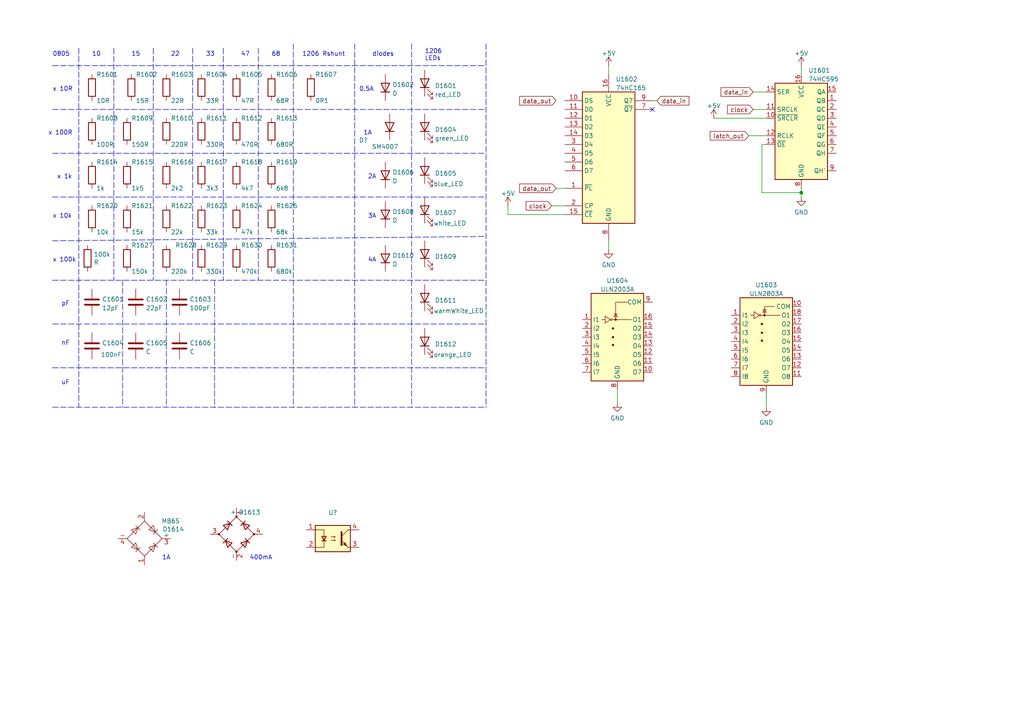
<source format=kicad_sch>
(kicad_sch (version 20211123) (generator eeschema)
  (paper "A4")
  (lib_symbols
    (symbol "74xx:74HC165"
      (property "Reference" "U" (at -7.62 19.05 0))
      (property "Value" "74HC165" (at -7.62 -21.59 0))
      (symbol "74HC165_1_0"
        (pin input line (at -12.7 -10.16 0) (length 5.08) (name "~{PL}") (number "1"))
        (pin input line (at -12.7 15.24 0) (length 5.08) (name "DS") (number "10"))
        (pin input line (at -12.7 12.7 0) (length 5.08) (name "D0") (number "11"))
        (pin input line (at -12.7 10.16 0) (length 5.08) (name "D1") (number "12"))
        (pin input line (at -12.7 7.62 0) (length 5.08) (name "D2") (number "13"))
        (pin input line (at -12.7 5.08 0) (length 5.08) (name "D3") (number "14"))
        (pin input line (at -12.7 -17.78 0) (length 5.08) (name "~{CE}") (number "15"))
        (pin power_in line (at 0 22.86 270) (length 5.08) (name "VCC") (number "16"))
        (pin input line (at -12.7 -15.24 0) (length 5.08) (name "CP") (number "2"))
        (pin input line (at -12.7 2.54 0) (length 5.08) (name "D4") (number "3"))
        (pin input line (at -12.7 0 0) (length 5.08) (name "D5") (number "4"))
        (pin input line (at -12.7 -2.54 0) (length 5.08) (name "D6") (number "5"))
        (pin input line (at -12.7 -5.08 0) (length 5.08) (name "D7") (number "6"))
        (pin output line (at 12.7 12.7 180) (length 5.08) (name "~{Q7}") (number "7"))
        (pin power_in line (at 0 -25.4 90) (length 5.08) (name "GND") (number "8"))
        (pin output line (at 12.7 15.24 180) (length 5.08) (name "Q7") (number "9"))
      )
      (symbol "74HC165_1_1"
        (rectangle (start -7.62 17.78) (end 7.62 -20.32) (stroke (width 0.254)) (fill (type background)))
      )
    )
    (symbol "74xx:74HC595"
      (property "Reference" "U" (at -7.62 13.97 0))
      (property "Value" "74HC595" (at -7.62 -16.51 0))
      (symbol "74HC595_1_0"
        (pin tri_state line (at 10.16 7.62 180) (length 2.54) (name "QB") (number "1"))
        (pin input line (at -10.16 2.54 0) (length 2.54) (name "~{SRCLR}") (number "10"))
        (pin input line (at -10.16 5.08 0) (length 2.54) (name "SRCLK") (number "11"))
        (pin input line (at -10.16 -2.54 0) (length 2.54) (name "RCLK") (number "12"))
        (pin input line (at -10.16 -5.08 0) (length 2.54) (name "~{OE}") (number "13"))
        (pin input line (at -10.16 10.16 0) (length 2.54) (name "SER") (number "14"))
        (pin tri_state line (at 10.16 10.16 180) (length 2.54) (name "QA") (number "15"))
        (pin power_in line (at 0 15.24 270) (length 2.54) (name "VCC") (number "16"))
        (pin tri_state line (at 10.16 5.08 180) (length 2.54) (name "QC") (number "2"))
        (pin tri_state line (at 10.16 2.54 180) (length 2.54) (name "QD") (number "3"))
        (pin tri_state line (at 10.16 0 180) (length 2.54) (name "QE") (number "4"))
        (pin tri_state line (at 10.16 -2.54 180) (length 2.54) (name "QF") (number "5"))
        (pin tri_state line (at 10.16 -5.08 180) (length 2.54) (name "QG") (number "6"))
        (pin tri_state line (at 10.16 -7.62 180) (length 2.54) (name "QH") (number "7"))
        (pin power_in line (at 0 -17.78 90) (length 2.54) (name "GND") (number "8"))
        (pin output line (at 10.16 -12.7 180) (length 2.54) (name "QH'") (number "9"))
      )
      (symbol "74HC595_1_1"
        (rectangle (start -7.62 12.7) (end 7.62 -15.24) (stroke (width 0.254)) (fill (type background)))
      )
    )
    (symbol "Device:C" (pin_numbers hide) (pin_names (offset 0.254))
      (property "Reference" "C" (at 0.635 2.54 0))
      (property "Value" "C" (at 0.635 -2.54 0))
      (symbol "C_0_1"
        (polyline (pts (xy -2.032 -0.762) (xy 2.032 -0.762)) (stroke (width 0.508)))
        (polyline (pts (xy -2.032 0.762) (xy 2.032 0.762)) (stroke (width 0.508)))
      )
      (symbol "C_1_1"
        (pin passive line (at 0 3.81 270) (length 2.794) (name "~") (number "1"))
        (pin passive line (at 0 -3.81 90) (length 2.794) (name "~") (number "2"))
      )
    )
    (symbol "Device:D" (pin_numbers hide) (pin_names (offset 1.016) hide)
      (property "Reference" "D" (at 0 2.54 0))
      (property "Value" "D" (at 0 -2.54 0))
      (symbol "D_0_1"
        (polyline (pts (xy -1.27 1.27) (xy -1.27 -1.27)) (stroke (width 0.254)))
        (polyline (pts (xy 1.27 0) (xy -1.27 0)))
        (polyline (pts (xy 1.27 1.27) (xy 1.27 -1.27) (xy -1.27 0) (xy 1.27 1.27)) (stroke (width 0.254)))
      )
      (symbol "D_1_1"
        (pin passive line (at -3.81 0 0) (length 2.54) (name "K") (number "1"))
        (pin passive line (at 3.81 0 180) (length 2.54) (name "A") (number "2"))
      )
    )
    (symbol "Device:D_Bridge_+-AA" (pin_names (offset 0))
      (property "Reference" "D" (at 2.54 6.985 0))
      (property "Value" "D_Bridge_+-AA" (at 2.54 5.08 0))
      (symbol "D_Bridge_+-AA_0_1"
        (circle (center -5.08 0) (radius 0.254) (fill (type outline)))
        (circle (center 0 -5.08) (radius 0.254) (fill (type outline)))
        (polyline (pts (xy -2.54 3.81) (xy -1.27 2.54)) (stroke (width 0.254)))
        (polyline (pts (xy -1.27 -2.54) (xy -2.54 -3.81)) (stroke (width 0.254)))
        (polyline (pts (xy 2.54 -1.27) (xy 3.81 -2.54)) (stroke (width 0.254)))
        (polyline (pts (xy 2.54 1.27) (xy 3.81 2.54)) (stroke (width 0.254)))
        (polyline (pts (xy -3.81 2.54) (xy -2.54 1.27) (xy -1.905 3.175) (xy -3.81 2.54)) (stroke (width 0.254)))
        (polyline (pts (xy -2.54 -1.27) (xy -3.81 -2.54) (xy -1.905 -3.175) (xy -2.54 -1.27)) (stroke (width 0.254)))
        (polyline (pts (xy 1.27 2.54) (xy 2.54 3.81) (xy 3.175 1.905) (xy 1.27 2.54)) (stroke (width 0.254)))
        (polyline (pts (xy 3.175 -1.905) (xy 1.27 -2.54) (xy 2.54 -3.81) (xy 3.175 -1.905)) (stroke (width 0.254)))
        (polyline (pts (xy -5.08 0) (xy 0 -5.08) (xy 5.08 0) (xy 0 5.08) (xy -5.08 0)))
        (circle (center 0 5.08) (radius 0.254) (fill (type outline)))
        (circle (center 5.08 0) (radius 0.254) (fill (type outline)))
      )
      (symbol "D_Bridge_+-AA_1_1"
        (pin passive line (at 7.62 0 180) (length 2.54) (name "+") (number "1"))
        (pin passive line (at -7.62 0 0) (length 2.54) (name "-") (number "2"))
        (pin passive line (at 0 7.62 270) (length 2.54) (name "~") (number "3"))
        (pin passive line (at 0 -7.62 90) (length 2.54) (name "~") (number "4"))
      )
    )
    (symbol "Device:LED" (pin_numbers hide) (pin_names (offset 1.016) hide)
      (property "Reference" "D" (at 0 2.54 0))
      (property "Value" "LED" (at 0 -2.54 0))
      (symbol "LED_0_1"
        (polyline (pts (xy -1.27 -1.27) (xy -1.27 1.27)) (stroke (width 0.254)))
        (polyline (pts (xy -1.27 0) (xy 1.27 0)))
        (polyline (pts (xy 1.27 -1.27) (xy 1.27 1.27) (xy -1.27 0) (xy 1.27 -1.27)) (stroke (width 0.254)))
        (polyline (pts (xy -3.048 -0.762) (xy -4.572 -2.286) (xy -3.81 -2.286) (xy -4.572 -2.286) (xy -4.572 -1.524)))
        (polyline (pts (xy -1.778 -0.762) (xy -3.302 -2.286) (xy -2.54 -2.286) (xy -3.302 -2.286) (xy -3.302 -1.524)))
      )
      (symbol "LED_1_1"
        (pin passive line (at -3.81 0 0) (length 2.54) (name "K") (number "1"))
        (pin passive line (at 3.81 0 180) (length 2.54) (name "A") (number "2"))
      )
    )
    (symbol "Device:R" (pin_numbers hide) (pin_names (offset 0))
      (property "Reference" "R" (at 2.032 0 90))
      (property "Value" "R" (at 0 0 90))
      (symbol "R_0_1"
        (rectangle (start -1.016 -2.54) (end 1.016 2.54) (stroke (width 0.254)))
      )
      (symbol "R_1_1"
        (pin passive line (at 0 3.81 270) (length 1.27) (name "~") (number "1"))
        (pin passive line (at 0 -3.81 90) (length 1.27) (name "~") (number "2"))
      )
    )
    (symbol "Diode:SM4007" (pin_numbers hide) (pin_names (offset 1.016) hide)
      (property "Reference" "D" (at 0 2.54 0))
      (property "Value" "SM4007" (at 0 -2.54 0))
      (symbol "SM4007_0_1"
        (polyline (pts (xy -1.27 1.27) (xy -1.27 -1.27)) (stroke (width 0.254)))
        (polyline (pts (xy 1.27 0) (xy -1.27 0)))
        (polyline (pts (xy 1.27 1.27) (xy 1.27 -1.27) (xy -1.27 0) (xy 1.27 1.27)) (stroke (width 0.254)))
      )
      (symbol "SM4007_1_1"
        (pin passive line (at -3.81 0 0) (length 2.54) (name "K") (number "1"))
        (pin passive line (at 3.81 0 180) (length 2.54) (name "A") (number "2"))
      )
    )
    (symbol "Diode_Bridge:MB6S" (pin_names (offset 0))
      (property "Reference" "D" (at 2.54 6.985 0))
      (property "Value" "MB6S" (at 2.54 5.08 0))
      (symbol "MB6S_0_1"
        (polyline (pts (xy -2.54 3.81) (xy -1.27 2.54)))
        (polyline (pts (xy -1.27 -2.54) (xy -2.54 -3.81)))
        (polyline (pts (xy 2.54 -1.27) (xy 3.81 -2.54)))
        (polyline (pts (xy 2.54 1.27) (xy 3.81 2.54)))
        (polyline (pts (xy -3.81 2.54) (xy -2.54 1.27) (xy -1.905 3.175) (xy -3.81 2.54)))
        (polyline (pts (xy -2.54 -1.27) (xy -3.81 -2.54) (xy -1.905 -3.175) (xy -2.54 -1.27)))
        (polyline (pts (xy 1.27 2.54) (xy 2.54 3.81) (xy 3.175 1.905) (xy 1.27 2.54)))
        (polyline (pts (xy 3.175 -1.905) (xy 1.27 -2.54) (xy 2.54 -3.81) (xy 3.175 -1.905)))
        (polyline (pts (xy -5.08 0) (xy 0 -5.08) (xy 5.08 0) (xy 0 5.08) (xy -5.08 0)))
      )
      (symbol "MB6S_1_1"
        (pin passive line (at 0 -7.62 90) (length 2.54) (name "~") (number "1"))
        (pin passive line (at 0 7.62 270) (length 2.54) (name "~") (number "2"))
        (pin passive line (at 7.62 0 180) (length 2.54) (name "+") (number "3"))
        (pin passive line (at -7.62 0 0) (length 2.54) (name "-") (number "4"))
      )
    )
    (symbol "Isolator:EL817" (pin_names (offset 1.016))
      (property "Reference" "U" (at -5.08 5.08 0))
      (property "Value" "EL817" (at 0 5.08 0))
      (symbol "EL817_0_1"
        (rectangle (start -5.08 3.81) (end 5.08 -3.81) (stroke (width 0.254)) (fill (type background)))
        (polyline (pts (xy -3.175 -0.635) (xy -1.905 -0.635)) (stroke (width 0.254)))
        (polyline (pts (xy 2.54 0.635) (xy 4.445 2.54)))
        (polyline (pts (xy 4.445 -2.54) (xy 2.54 -0.635)) (fill (type outline)))
        (polyline (pts (xy 4.445 -2.54) (xy 5.08 -2.54)))
        (polyline (pts (xy 4.445 2.54) (xy 5.08 2.54)))
        (polyline (pts (xy -5.08 2.54) (xy -2.54 2.54) (xy -2.54 -0.635)))
        (polyline (pts (xy -2.54 -0.635) (xy -2.54 -2.54) (xy -5.08 -2.54)))
        (polyline (pts (xy 2.54 1.905) (xy 2.54 -1.905) (xy 2.54 -1.905)) (stroke (width 0.508)))
        (polyline (pts (xy -2.54 -0.635) (xy -3.175 0.635) (xy -1.905 0.635) (xy -2.54 -0.635)) (stroke (width 0.254)))
        (polyline (pts (xy -0.508 -0.508) (xy 0.762 -0.508) (xy 0.381 -0.635) (xy 0.381 -0.381) (xy 0.762 -0.508)))
        (polyline (pts (xy -0.508 0.508) (xy 0.762 0.508) (xy 0.381 0.381) (xy 0.381 0.635) (xy 0.762 0.508)))
        (polyline (pts (xy 3.048 -1.651) (xy 3.556 -1.143) (xy 4.064 -2.159) (xy 3.048 -1.651) (xy 3.048 -1.651)) (fill (type outline)))
      )
      (symbol "EL817_1_1"
        (pin passive line (at -7.62 2.54 0) (length 2.54) (name "~") (number "1"))
        (pin passive line (at -7.62 -2.54 0) (length 2.54) (name "~") (number "2"))
        (pin passive line (at 7.62 -2.54 180) (length 2.54) (name "~") (number "3"))
        (pin passive line (at 7.62 2.54 180) (length 2.54) (name "~") (number "4"))
      )
    )
    (symbol "Transistor_Array:ULN2003A"
      (property "Reference" "U" (at 0 15.875 0))
      (property "Value" "ULN2003A" (at 0 13.97 0))
      (symbol "ULN2003A_0_1"
        (rectangle (start -7.62 -12.7) (end 7.62 12.7) (stroke (width 0.254)) (fill (type background)))
        (circle (center -1.778 5.08) (radius 0.254))
        (circle (center -1.27 -2.286) (radius 0.254) (fill (type outline)))
        (circle (center -1.27 0) (radius 0.254) (fill (type outline)))
        (circle (center -1.27 2.54) (radius 0.254) (fill (type outline)))
        (circle (center -0.508 5.08) (radius 0.254) (fill (type outline)))
        (polyline (pts (xy -4.572 5.08) (xy -3.556 5.08)))
        (polyline (pts (xy -1.524 5.08) (xy 4.064 5.08)))
        (polyline (pts (xy 0 6.731) (xy -1.016 6.731)))
        (polyline (pts (xy -0.508 5.08) (xy -0.508 10.16) (xy 2.921 10.16)))
        (polyline (pts (xy -3.556 6.096) (xy -3.556 4.064) (xy -2.032 5.08) (xy -3.556 6.096)))
        (polyline (pts (xy 0 5.969) (xy -1.016 5.969) (xy -0.508 6.731) (xy 0 5.969)))
      )
      (symbol "ULN2003A_1_1"
        (pin input line (at -10.16 5.08 0) (length 2.54) (name "I1") (number "1"))
        (pin open_collector line (at 10.16 -10.16 180) (length 2.54) (name "O7") (number "10"))
        (pin open_collector line (at 10.16 -7.62 180) (length 2.54) (name "O6") (number "11"))
        (pin open_collector line (at 10.16 -5.08 180) (length 2.54) (name "O5") (number "12"))
        (pin open_collector line (at 10.16 -2.54 180) (length 2.54) (name "O4") (number "13"))
        (pin open_collector line (at 10.16 0 180) (length 2.54) (name "O3") (number "14"))
        (pin open_collector line (at 10.16 2.54 180) (length 2.54) (name "O2") (number "15"))
        (pin open_collector line (at 10.16 5.08 180) (length 2.54) (name "O1") (number "16"))
        (pin input line (at -10.16 2.54 0) (length 2.54) (name "I2") (number "2"))
        (pin input line (at -10.16 0 0) (length 2.54) (name "I3") (number "3"))
        (pin input line (at -10.16 -2.54 0) (length 2.54) (name "I4") (number "4"))
        (pin input line (at -10.16 -5.08 0) (length 2.54) (name "I5") (number "5"))
        (pin input line (at -10.16 -7.62 0) (length 2.54) (name "I6") (number "6"))
        (pin input line (at -10.16 -10.16 0) (length 2.54) (name "I7") (number "7"))
        (pin power_in line (at 0 -15.24 90) (length 2.54) (name "GND") (number "8"))
        (pin passive line (at 10.16 10.16 180) (length 2.54) (name "COM") (number "9"))
      )
    )
    (symbol "Transistor_Array:ULN2803A"
      (property "Reference" "U" (at 0 13.335 0))
      (property "Value" "ULN2803A" (at 0 11.43 0))
      (symbol "ULN2803A_0_1"
        (rectangle (start -7.62 -15.24) (end 7.62 10.16) (stroke (width 0.254)) (fill (type background)))
        (circle (center -1.778 5.08) (radius 0.254))
        (circle (center -1.27 -2.286) (radius 0.254) (fill (type outline)))
        (circle (center -1.27 0) (radius 0.254) (fill (type outline)))
        (circle (center -1.27 2.54) (radius 0.254) (fill (type outline)))
        (circle (center -0.508 5.08) (radius 0.254) (fill (type outline)))
        (polyline (pts (xy -4.572 5.08) (xy -3.556 5.08)))
        (polyline (pts (xy -1.524 5.08) (xy 4.064 5.08)))
        (polyline (pts (xy 0 6.731) (xy -1.016 6.731)))
        (polyline (pts (xy -0.508 5.08) (xy -0.508 7.62) (xy 2.286 7.62)))
        (polyline (pts (xy -3.556 6.096) (xy -3.556 4.064) (xy -2.032 5.08) (xy -3.556 6.096)))
        (polyline (pts (xy 0 5.969) (xy -1.016 5.969) (xy -0.508 6.731) (xy 0 5.969)))
      )
      (symbol "ULN2803A_1_1"
        (pin input line (at -10.16 5.08 0) (length 2.54) (name "I1") (number "1"))
        (pin passive line (at 10.16 7.62 180) (length 2.54) (name "COM") (number "10"))
        (pin open_collector line (at 10.16 -12.7 180) (length 2.54) (name "O8") (number "11"))
        (pin open_collector line (at 10.16 -10.16 180) (length 2.54) (name "O7") (number "12"))
        (pin open_collector line (at 10.16 -7.62 180) (length 2.54) (name "O6") (number "13"))
        (pin open_collector line (at 10.16 -5.08 180) (length 2.54) (name "O5") (number "14"))
        (pin open_collector line (at 10.16 -2.54 180) (length 2.54) (name "O4") (number "15"))
        (pin open_collector line (at 10.16 0 180) (length 2.54) (name "O3") (number "16"))
        (pin open_collector line (at 10.16 2.54 180) (length 2.54) (name "O2") (number "17"))
        (pin open_collector line (at 10.16 5.08 180) (length 2.54) (name "O1") (number "18"))
        (pin input line (at -10.16 2.54 0) (length 2.54) (name "I2") (number "2"))
        (pin input line (at -10.16 0 0) (length 2.54) (name "I3") (number "3"))
        (pin input line (at -10.16 -2.54 0) (length 2.54) (name "I4") (number "4"))
        (pin input line (at -10.16 -5.08 0) (length 2.54) (name "I5") (number "5"))
        (pin input line (at -10.16 -7.62 0) (length 2.54) (name "I6") (number "6"))
        (pin input line (at -10.16 -10.16 0) (length 2.54) (name "I7") (number "7"))
        (pin input line (at -10.16 -12.7 0) (length 2.54) (name "I8") (number "8"))
        (pin power_in line (at 0 -17.78 90) (length 2.54) (name "GND") (number "9"))
      )
    )
    (symbol "power:+5V" (power) (pin_names (offset 0))
      (property "Value" "+5V" (at 0 3.556 0))
      (symbol "+5V_0_1"
        (polyline (pts (xy -0.762 1.27) (xy 0 2.54)))
        (polyline (pts (xy 0 0) (xy 0 2.54)))
        (polyline (pts (xy 0 2.54) (xy 0.762 1.27)))
      )
      (symbol "+5V_1_1"
        (pin power_in line (at 0 0 90) (length 0) hide (name "+5V") (number "1"))
      )
    )
    (symbol "power:GND" (power) (pin_names (offset 0))
      (property "Value" "GND" (at 0 -3.81 0))
      (symbol "GND_0_1"
        (polyline (pts (xy 0 0) (xy 0 -1.27) (xy 1.27 -1.27) (xy 0 -2.54) (xy -1.27 -1.27) (xy 0 -1.27)))
      )
      (symbol "GND_1_1"
        (pin power_in line (at 0 0 270) (length 0) hide (name "GND") (number "1"))
      )
    )
  )
  (junction (at 232.41 55.88))
  (no_connect (at 189.23 31.75))
  (wire (pts (xy 232.41 55.88) (xy 232.41 57.15)))
  (wire (pts (xy 232.41 54.61) (xy 232.41 55.88)))
  (polyline (pts (xy 15.24 57.15) (xy 140.97 57.15)))
  (wire (pts (xy 232.41 19.05) (xy 232.41 21.59)))
  (polyline (pts (xy 33.02 13.97) (xy 33.02 81.28)))
  (polyline (pts (xy 119.38 12.7) (xy 119.38 118.11)))
  (polyline (pts (xy 15.24 19.05) (xy 140.97 19.05)))
  (polyline (pts (xy 44.45 13.97) (xy 44.45 81.28)))
  (polyline (pts (xy 85.09 12.7) (xy 85.09 118.11)))
  (polyline (pts (xy 15.24 93.98) (xy 140.97 93.98)))
  (wire (pts (xy 176.53 69.85) (xy 176.53 72.39)))
  (wire (pts (xy 220.98 41.91) (xy 220.98 55.88)))
  (wire (pts (xy 218.44 26.67) (xy 222.25 26.67)))
  (polyline (pts (xy 64.77 13.97) (xy 64.77 81.28)))
  (polyline (pts (xy 55.88 13.97) (xy 55.88 81.28)))
  (polyline (pts (xy 74.93 13.97) (xy 74.93 81.28)))
  (polyline (pts (xy 15.24 44.45) (xy 140.97 44.45)))
  (wire (pts (xy 147.32 62.23) (xy 163.83 62.23)))
  (wire (pts (xy 222.25 114.3) (xy 222.25 118.11)))
  (wire (pts (xy 217.17 39.37) (xy 222.25 39.37)))
  (polyline (pts (xy 15.24 69.85) (xy 140.97 68.58)))
  (polyline (pts (xy 15.24 118.11) (xy 140.97 118.11)))
  (wire (pts (xy 176.53 19.05) (xy 176.53 21.59)))
  (wire (pts (xy 218.44 31.75) (xy 222.25 31.75)))
  (wire (pts (xy 179.07 113.03) (xy 179.07 116.84)))
  (polyline (pts (xy 62.23 81.28) (xy 62.23 118.11)))
  (wire (pts (xy 222.25 41.91) (xy 220.98 41.91)))
  (wire (pts (xy 220.98 55.88) (xy 232.41 55.88)))
  (polyline (pts (xy 22.86 13.97) (xy 22.86 118.11)))
  (wire (pts (xy 147.32 59.69) (xy 147.32 62.23)))
  (wire (pts (xy 189.23 29.21) (xy 190.5 29.21)))
  (wire (pts (xy 161.29 54.61) (xy 163.83 54.61)))
  (polyline (pts (xy 35.56 81.28) (xy 35.56 118.11)))
  (polyline (pts (xy 15.24 106.68) (xy 140.97 106.68)))
  (polyline (pts (xy 102.87 12.7) (xy 102.87 118.11)))
  (polyline (pts (xy 15.24 81.28) (xy 140.97 81.28)))
  (polyline (pts (xy 48.26 81.28) (xy 48.26 118.11)))
  (polyline (pts (xy 15.24 31.75) (xy 140.97 31.75)))
  (wire (pts (xy 160.02 59.69) (xy 163.83 59.69)))
  (polyline (pts (xy 140.97 12.7) (xy 140.97 118.11)))
  (wire (pts (xy 207.01 34.29) (xy 222.25 34.29)))
  (text "22" (at 49.53 16.51 0) (effects (font (size 1.27 1.27)) (justify left bottom)))
  (text "33" (at 59.69 16.51 0) (effects (font (size 1.27 1.27)) (justify left bottom)))
  (text "uF" (at 17.78 111.76 0) (effects (font (size 1.27 1.27)) (justify left bottom)))
  (text "pF" (at 17.78 88.9 0) (effects (font (size 1.27 1.27)) (justify left bottom)))
  (text "x 10k" (at 15.24 63.5 0) (effects (font (size 1.27 1.27)) (justify left bottom)))
  (text "0.5A" (at 104.14 26.67 0) (effects (font (size 1.27 1.27)) (justify left bottom)))
  (text "3A" (at 106.68 63.5 0) (effects (font (size 1.27 1.27)) (justify left bottom)))
  (text "2A" (at 106.68 52.07 0) (effects (font (size 1.27 1.27)) (justify left bottom)))
  (text "diodes" (at 107.95 16.51 0) (effects (font (size 1.27 1.27)) (justify left bottom)))
  (text "1206 Rshunt" (at 87.63 16.51 0) (effects (font (size 1.27 1.27)) (justify left bottom)))
  (text "15" (at 38.1 16.51 0) (effects (font (size 1.27 1.27)) (justify left bottom)))
  (text "x 10R" (at 15.24 26.67 0) (effects (font (size 1.27 1.27)) (justify left bottom)))
  (text "x 100k\n" (at 15.24 76.2 0) (effects (font (size 1.27 1.27)) (justify left bottom)))
  (text "x 100R" (at 13.97 39.37 0) (effects (font (size 1.27 1.27)) (justify left bottom)))
  (text "1A" (at 105.41 39.37 0) (effects (font (size 1.27 1.27)) (justify left bottom)))
  (text "400mA" (at 72.39 162.56 0) (effects (font (size 1.27 1.27)) (justify left bottom)))
  (text "nF" (at 17.78 100.33 0) (effects (font (size 1.27 1.27)) (justify left bottom)))
  (text "x 1k" (at 16.51 52.07 0) (effects (font (size 1.27 1.27)) (justify left bottom)))
  (text "1A" (at 46.99 162.56 0) (effects (font (size 1.27 1.27)) (justify left bottom)))
  (text "0805" (at 15.24 16.51 0) (effects (font (size 1.27 1.27)) (justify left bottom)))
  (text "10" (at 26.67 16.51 0) (effects (font (size 1.27 1.27)) (justify left bottom)))
  (text "47\n" (at 69.85 16.51 0) (effects (font (size 1.27 1.27)) (justify left bottom)))
  (text "1206\nLEDs" (at 123.19 17.78 0) (effects (font (size 1.27 1.27)) (justify left bottom)))
  (text "68" (at 78.74 16.51 0) (effects (font (size 1.27 1.27)) (justify left bottom)))
  (text "4A" (at 106.68 76.2 0) (effects (font (size 1.27 1.27)) (justify left bottom)))
  (global_label "data_in" (shape input) (at 190.5 29.21 0) (property "Intersheet References" "${INTERSHEET_REFS}" (effects hide)))
  (global_label "data_in" (shape input) (at 218.44 26.67 180) (property "Intersheet References" "${INTERSHEET_REFS}" (effects hide)))
  (global_label "clock" (shape input) (at 160.02 59.69 180) (property "Intersheet References" "${INTERSHEET_REFS}" (effects hide)))
  (global_label "data_out" (shape input) (at 161.29 54.61 180) (property "Intersheet References" "${INTERSHEET_REFS}" (effects hide)))
  (global_label "clock" (shape input) (at 218.44 31.75 180) (property "Intersheet References" "${INTERSHEET_REFS}" (effects hide)))
  (global_label "latch_out" (shape input) (at 217.17 39.37 180) (property "Intersheet References" "${INTERSHEET_REFS}" (effects hide)))
  (global_label "data_out" (shape input) (at 161.29 29.21 180) (property "Intersheet References" "${INTERSHEET_REFS}" (effects hide)))
  (symbol (lib_id "power:GND") (at 176.53 72.39 0) (unit 1)
    (property "Reference" "#PWR0112" (effects hide))
    (property "Value" "GND" (at 176.53 76.8334 0))
  )
  (symbol (lib_id "Device:R") (at 58.42 50.8 0) (unit 1)
    (property "Reference" "R1617" (at 59.69 46.99 0) (effects (justify left)))
    (property "Value" "3k3" (at 59.69 54.61 0) (effects (justify left)))
    (property "Footprint" "Resistor_SMD:R_0805_2012Metric_Pad1.20x1.40mm_HandSolder" (effects hide))
    (property "JLCPCB Part#" "C26010" (effects hide))
  )
  (symbol (lib_id "Device:R") (at 26.67 25.4 0) (unit 1)
    (property "Reference" "R1601" (at 27.94 21.59 0) (effects (justify left)))
    (property "Value" "10R" (at 27.94 29.21 0) (effects (justify left)))
    (property "Footprint" "Resistor_SMD:R_0805_2012Metric_Pad1.20x1.40mm_HandSolder" (effects hide))
    (property "JLCPCB Part#" "C17415" (effects hide))
  )
  (symbol (lib_id "Device:R") (at 58.42 63.5 0) (unit 1)
    (property "Reference" "R1623" (at 59.69 59.69 0) (effects (justify left)))
    (property "Value" "33k" (at 59.69 67.31 0) (effects (justify left)))
    (property "Footprint" "Resistor_SMD:R_0805_2012Metric_Pad1.20x1.40mm_HandSolder" (effects hide))
    (property "JLCPCB Part#" "C17633" (effects hide))
  )
  (symbol (lib_id "Device:R") (at 26.67 50.8 0) (unit 1)
    (property "Reference" "R1614" (at 27.94 46.99 0) (effects (justify left)))
    (property "Value" "1k" (at 27.94 54.61 0) (effects (justify left)))
    (property "Footprint" "Resistor_SMD:R_0805_2012Metric_Pad1.20x1.40mm_HandSolder" (effects hide))
    (property "JLCPCB Part#" "C17513" (effects hide))
  )
  (symbol (lib_id "Device:R") (at 48.26 63.5 0) (unit 1)
    (property "Reference" "R1622" (at 49.53 59.69 0) (effects (justify left)))
    (property "Value" "22k" (at 49.53 67.31 0) (effects (justify left)))
    (property "Footprint" "Resistor_SMD:R_0805_2012Metric_Pad1.20x1.40mm_HandSolder" (effects hide))
    (property "JLCPCB Part#" "C17560" (effects hide))
  )
  (symbol (lib_id "Device:R") (at 68.58 50.8 0) (unit 1)
    (property "Reference" "R1618" (at 69.85 46.99 0) (effects (justify left)))
    (property "Value" "4k7" (at 69.85 54.61 0) (effects (justify left)))
    (property "Footprint" "Resistor_SMD:R_0805_2012Metric_Pad1.20x1.40mm_HandSolder" (effects hide))
    (property "JLCPCB Part#" "C17673" (effects hide))
  )
  (symbol (lib_id "Device:R") (at 68.58 38.1 0) (unit 1)
    (property "Reference" "R1612" (at 69.85 34.29 0) (effects (justify left)))
    (property "Value" "470R" (at 69.85 41.91 0) (effects (justify left)))
    (property "Footprint" "Resistor_SMD:R_0805_2012Metric_Pad1.20x1.40mm_HandSolder" (effects hide))
    (property "JLCPCB Part#" "C17710" (effects hide))
  )
  (symbol (lib_id "Device:R") (at 58.42 74.93 180) (unit 1)
    (property "Reference" "R1629" (at 59.69 71.12 0) (effects (justify right)))
    (property "Value" "330k" (at 59.69 78.74 0) (effects (justify right)))
    (property "Footprint" "Resistor_SMD:R_0805_2012Metric_Pad1.20x1.40mm_HandSolder" (effects hide))
  )
  (symbol (lib_id "Device:D") (at 111.76 50.8 90) (unit 1)
    (property "Reference" "D1606" (at 113.792 49.9653 90) (effects (justify right)))
    (property "Value" "D" (at 113.792 52.5022 90) (effects (justify right)))
  )
  (symbol (lib_id "Device:R") (at 68.58 63.5 180) (unit 1)
    (property "Reference" "R1624" (at 69.85 59.69 0) (effects (justify right)))
    (property "Value" "47k" (at 69.85 67.31 0) (effects (justify right)))
    (property "Footprint" "Resistor_SMD:R_0805_2012Metric_Pad1.20x1.40mm_HandSolder" (effects hide))
    (property "JLCPCB Part#" "C17713" (effects hide))
  )
  (symbol (lib_id "Device:C") (at 26.67 100.33 0) (unit 1)
    (property "Reference" "C1604" (at 29.591 99.4953 0) (effects (justify left)))
    (property "Value" "100nF" (at 29.21 102.87 0) (effects (justify left)))
    (property "Footprint" "Capacitor_SMD:C_0603_1608Metric_Pad1.08x0.95mm_HandSolder" (effects hide))
    (property "JLCPCB Part#" "C14663" (effects hide))
  )
  (symbol (lib_id "Transistor_Array:ULN2003A") (at 179.07 97.79 0) (unit 1)
    (property "Reference" "U1604" (at 179.07 81.3902 0))
    (property "Value" "ULN2003A" (at 179.07 83.9271 0))
    (property "Datasheet" "http://www.ti.com/lit/ds/symlink/uln2003a.pdf" (effects hide))
  )
  (symbol (lib_id "power:+5V") (at 232.41 19.05 0) (unit 1)
    (property "Reference" "#PWR0109" (effects hide))
    (property "Value" "+5V" (at 232.41 15.4742 0))
  )
  (symbol (lib_id "Device:D") (at 111.76 62.23 90) (unit 1)
    (property "Reference" "D1608" (at 113.792 61.3953 90) (effects (justify right)))
    (property "Value" "D" (at 113.792 63.9322 90) (effects (justify right)))
  )
  (symbol (lib_id "Device:R") (at 38.1 25.4 0) (unit 1)
    (property "Reference" "R1602" (at 39.37 21.59 0) (effects (justify left)))
    (property "Value" "15R" (at 39.37 29.21 0) (effects (justify left)))
    (property "Footprint" "Resistor_SMD:R_0805_2012Metric_Pad1.20x1.40mm_HandSolder" (effects hide))
    (property "JLCPCB Part#" "C17480" (effects hide))
  )
  (symbol (lib_id "Diode:SM4007") (at 113.03 36.83 90) (unit 1)
    (property "Reference" "D?" (at 106.68 40.64 90) (effects (justify left)))
    (property "Value" "SM4007" (at 115.57 42.545 90) (effects (justify left)))
    (property "Footprint" "Diode_SMD:D_SOD-123F" (effects hide))
    (property "Datasheet" "http://cdn-reichelt.de/documents/datenblatt/A400/SMD1N400%23DIO.pdf" (effects hide))
    (property "JLCPCB Part#" "C64898" (effects hide))
  )
  (symbol (lib_id "power:+5V") (at 207.01 34.29 0) (unit 1)
    (property "Reference" "#PWR0111" (effects hide))
    (property "Value" "+5V" (at 207.01 30.7142 0))
  )
  (symbol (lib_id "74xx:74HC165") (at 176.53 44.45 0) (unit 1)
    (property "Reference" "U1602" (at 178.5494 22.9702 0) (effects (justify left)))
    (property "Value" "74HC165" (at 178.5494 25.5071 0) (effects (justify left)))
    (property "Footprint" "Package_SO:SO-16_3.9x9.9mm_P1.27mm" (effects hide))
    (property "Datasheet" "https://assets.nexperia.com/documents/data-sheet/74HC_HCT165.pdf" (effects hide))
    (property "JLCPCB Part#" "C5613" (effects hide))
  )
  (symbol (lib_id "Device:R") (at 78.74 74.93 0) (unit 1)
    (property "Reference" "R1631" (at 80.01 71.12 0) (effects (justify left)))
    (property "Value" "680k" (at 80.01 78.74 0) (effects (justify left)))
    (property "Footprint" "Resistor_SMD:R_0805_2012Metric_Pad1.20x1.40mm_HandSolder" (effects hide))
  )
  (symbol (lib_id "Device:R") (at 68.58 25.4 0) (unit 1)
    (property "Reference" "R1605" (at 69.85 21.59 0) (effects (justify left)))
    (property "Value" "47R" (at 69.85 29.21 0) (effects (justify left)))
    (property "Footprint" "Resistor_SMD:R_0805_2012Metric_Pad1.20x1.40mm_HandSolder" (effects hide))
    (property "JLCPCB Part#" "C17714" (effects hide))
  )
  (symbol (lib_id "Device:R") (at 36.83 74.93 180) (unit 1)
    (property "Reference" "R1627" (at 38.1 71.12 0) (effects (justify right)))
    (property "Value" "150k" (at 38.1 78.74 0) (effects (justify right)))
    (property "Footprint" "Resistor_SMD:R_0805_2012Metric_Pad1.20x1.40mm_HandSolder" (effects hide))
    (property "JLCPCB Part#" "C17470" (effects hide))
  )
  (symbol (lib_id "Device:C") (at 39.37 100.33 0) (unit 1)
    (property "Reference" "C1605" (at 42.291 99.4953 0) (effects (justify left)))
    (property "Value" "C" (at 42.291 102.0322 0) (effects (justify left)))
  )
  (symbol (lib_id "Device:C") (at 52.07 87.63 0) (unit 1)
    (property "Reference" "C1603" (at 54.991 86.7953 0) (effects (justify left)))
    (property "Value" "100pF" (at 54.991 89.3322 0) (effects (justify left)))
  )
  (symbol (lib_id "Device:R") (at 25.4 74.93 0) (mirror x) (unit 1)
    (property "Reference" "R" (at 27.178 76.0984 0) (effects (justify left)))
    (property "Value" "100k" (at 27.178 73.787 0) (effects (justify left)))
    (property "Footprint" "Resistor_SMD:R_0805_2012Metric_Pad1.20x1.40mm_HandSolder" (effects hide))
    (property "JLCPCB Part#" "C149504" (effects hide))
  )
  (symbol (lib_id "Device:R") (at 78.74 38.1 0) (unit 1)
    (property "Reference" "R1613" (at 80.01 34.29 0) (effects (justify left)))
    (property "Value" "680R" (at 80.01 41.91 0) (effects (justify left)))
    (property "Footprint" "Resistor_SMD:R_0805_2012Metric_Pad1.20x1.40mm_HandSolder" (effects hide))
    (property "JLCPCB Part#" "C17798" (effects hide))
  )
  (symbol (lib_id "Device:D") (at 111.76 25.4 90) (unit 1)
    (property "Reference" "D1602" (at 113.792 24.5653 90) (effects (justify right)))
    (property "Value" "D" (at 113.792 27.1022 90) (effects (justify right)))
  )
  (symbol (lib_id "Device:R") (at 58.42 38.1 0) (unit 1)
    (property "Reference" "R1611" (at 59.69 34.29 0) (effects (justify left)))
    (property "Value" "330R" (at 59.69 41.91 0) (effects (justify left)))
    (property "Footprint" "Resistor_SMD:R_0805_2012Metric_Pad1.20x1.40mm_HandSolder" (effects hide))
    (property "JLCPCB Part#" "C17630" (effects hide))
  )
  (symbol (lib_id "Device:R") (at 48.26 25.4 0) (unit 1)
    (property "Reference" "R1603" (at 49.53 21.59 0) (effects (justify left)))
    (property "Value" "22R" (at 49.53 29.21 0) (effects (justify left)))
    (property "Footprint" "Resistor_SMD:R_0805_2012Metric_Pad1.20x1.40mm_HandSolder" (effects hide))
    (property "JLCPCB Part#" "C17561" (effects hide))
  )
  (symbol (lib_id "Device:R") (at 78.74 63.5 0) (unit 1)
    (property "Reference" "R1625" (at 80.01 59.69 0) (effects (justify left)))
    (property "Value" "68k" (at 80.01 67.31 0) (effects (justify left)))
    (property "Footprint" "Resistor_SMD:R_0805_2012Metric_Pad1.20x1.40mm_HandSolder" (effects hide))
    (property "JLCPCB Part#" "C17801" (effects hide))
  )
  (symbol (lib_id "Device:R") (at 78.74 25.4 0) (unit 1)
    (property "Reference" "R1606" (at 80.01 21.59 0) (effects (justify left)))
    (property "Value" "68R" (at 80.01 29.21 0) (effects (justify left)))
    (property "Footprint" "Resistor_SMD:R_0805_2012Metric_Pad1.20x1.40mm_HandSolder" (effects hide))
  )
  (symbol (lib_id "Device:R") (at 26.67 38.1 0) (unit 1)
    (property "Reference" "R1608" (at 27.94 34.29 0) (effects (justify left)))
    (property "Value" "100R" (at 27.94 41.91 0) (effects (justify left)))
    (property "Footprint" "Resistor_SMD:R_0805_2012Metric_Pad1.20x1.40mm_HandSolder" (effects hide))
    (property "JLCPCB Part#" "C17408" (effects hide))
  )
  (symbol (lib_id "Device:R") (at 36.83 63.5 0) (unit 1)
    (property "Reference" "R1621" (at 38.1 59.69 0) (effects (justify left)))
    (property "Value" "15k" (at 38.1 67.31 0) (effects (justify left)))
    (property "Footprint" "Resistor_SMD:R_0805_2012Metric_Pad1.20x1.40mm_HandSolder" (effects hide))
    (property "JLCPCB Part#" "C17475" (effects hide))
  )
  (symbol (lib_id "power:GND") (at 222.25 118.11 0) (unit 1)
    (property "Reference" "#PWR0107" (effects hide))
    (property "Value" "GND" (at 222.25 122.5534 0))
  )
  (symbol (lib_id "Device:R") (at 58.42 25.4 0) (unit 1)
    (property "Reference" "R1604" (at 59.69 21.59 0) (effects (justify left)))
    (property "Value" "33R" (at 59.69 29.21 0) (effects (justify left)))
    (property "Footprint" "Resistor_SMD:R_0805_2012Metric_Pad1.20x1.40mm_HandSolder" (effects hide))
    (property "JLCPCB Part#" "C17634" (effects hide))
  )
  (symbol (lib_id "Device:D") (at 111.76 74.93 90) (unit 1)
    (property "Reference" "D1610" (at 113.792 74.0953 90) (effects (justify right)))
    (property "Value" "D" (at 113.792 76.6322 90) (effects (justify right)))
  )
  (symbol (lib_id "Device:R") (at 48.26 50.8 0) (unit 1)
    (property "Reference" "R1616" (at 49.53 46.99 0) (effects (justify left)))
    (property "Value" "2k2" (at 49.53 54.61 0) (effects (justify left)))
    (property "Footprint" "Resistor_SMD:R_0805_2012Metric_Pad1.20x1.40mm_HandSolder" (effects hide))
    (property "JLCPCB Part#" "C17520" (effects hide))
  )
  (symbol (lib_id "Device:R") (at 36.83 38.1 0) (unit 1)
    (property "Reference" "R1609" (at 38.1 34.29 0) (effects (justify left)))
    (property "Value" "150R" (at 38.1 41.91 0) (effects (justify left)))
    (property "Footprint" "Resistor_SMD:R_0805_2012Metric_Pad1.20x1.40mm_HandSolder" (effects hide))
    (property "JLCPCB Part#" "C17471" (effects hide))
  )
  (symbol (lib_id "Device:R") (at 48.26 74.93 180) (unit 1)
    (property "Reference" "R1628" (at 50.8 71.12 0) (effects (justify right)))
    (property "Value" "220k" (at 49.53 78.74 0) (effects (justify right)))
    (property "Footprint" "Resistor_SMD:R_0805_2012Metric_Pad1.20x1.40mm_HandSolder" (effects hide))
    (property "JLCPCB Part#" "C17556" (effects hide))
  )
  (symbol (lib_id "Device:R") (at 26.67 63.5 0) (unit 1)
    (property "Reference" "R1620" (at 27.94 59.69 0) (effects (justify left)))
    (property "Value" "10k" (at 27.94 67.31 0) (effects (justify left)))
    (property "Footprint" "Resistor_SMD:R_0805_2012Metric_Pad1.20x1.40mm_HandSolder" (effects hide))
    (property "JLCPCB Part#" "C17414" (effects hide))
  )
  (symbol (lib_id "Device:D_Bridge_+-AA") (at 68.58 154.94 90) (unit 1)
    (property "Reference" "D1613" (at 72.39 148.59 90))
    (property "Value" "D_Bridge_+-AA" (effects hide))
    (property "Footprint" "Diode_SMD:Diode_Bridge_Diotec_ABS" (effects hide))
    (property "JLCPCB Part#" "C2488" (effects hide))
  )
  (symbol (lib_id "Device:R") (at 36.83 50.8 0) (unit 1)
    (property "Reference" "R1615" (at 38.1 46.99 0) (effects (justify left)))
    (property "Value" "1k5" (at 38.1 54.61 0) (effects (justify left)))
    (property "Footprint" "Resistor_SMD:R_0805_2012Metric_Pad1.20x1.40mm_HandSolder" (effects hide))
    (property "JLCPCB Part#" "C4310" (effects hide))
  )
  (symbol (lib_id "Device:LED") (at 123.19 86.36 90) (unit 1)
    (property "Reference" "D1611" (at 126.111 87.1128 90) (effects (justify right)))
    (property "Value" "warmWhite_LED" (at 125.73 90.17 90) (effects (justify right)))
  )
  (symbol (lib_id "Device:LED") (at 123.19 49.53 90) (unit 1)
    (property "Reference" "D1605" (at 126.111 50.2828 90) (effects (justify right)))
    (property "Value" "blue_LED" (at 125.73 53.34 90) (effects (justify right)))
  )
  (symbol (lib_id "Device:C") (at 26.67 87.63 0) (unit 1)
    (property "Reference" "C1601" (at 29.591 86.7953 0) (effects (justify left)))
    (property "Value" "12pF" (at 29.591 89.3322 0) (effects (justify left)))
  )
  (symbol (lib_id "power:GND") (at 179.07 116.84 0) (unit 1)
    (property "Reference" "#PWR0108" (effects hide))
    (property "Value" "GND" (at 179.07 121.2834 0))
  )
  (symbol (lib_id "74xx:74HC595") (at 232.41 36.83 0) (unit 1)
    (property "Reference" "U1601" (at 234.4294 20.4302 0) (effects (justify left)))
    (property "Value" "74HC595" (at 234.4294 22.9671 0) (effects (justify left)))
    (property "Footprint" "Package_SO:SO-16_3.9x9.9mm_P1.27mm" (effects hide))
    (property "Datasheet" "http://www.ti.com/lit/ds/symlink/sn74hc595.pdf" (effects hide))
    (property "JLCPCB Part#" "C5947" (effects hide))
  )
  (symbol (lib_id "Device:LED") (at 123.19 99.06 90) (unit 1)
    (property "Reference" "D1612" (at 126.111 99.8128 90) (effects (justify right)))
    (property "Value" "orange_LED" (at 125.73 102.87 90) (effects (justify right)))
  )
  (symbol (lib_id "Isolator:EL817") (at 96.52 156.21 0) (unit 1)
    (property "Reference" "U?" (at 96.52 148.7002 0))
    (property "Datasheet" "http://www.everlight.com/file/ProductFile/EL817.pdf" (effects hide))
    (property "JLCPCB Part#" "C106900" (effects hide))
  )
  (symbol (lib_id "power:+5V") (at 176.53 19.05 0) (unit 1)
    (property "Reference" "#PWR0113" (effects hide))
    (property "Value" "+5V" (at 176.53 15.4742 0))
  )
  (symbol (lib_id "Device:LED") (at 123.19 73.66 90) (unit 1)
    (property "Reference" "D1609" (at 126.111 74.4128 90) (effects (justify right)))
    (property "JLCPCB Part#" "C2296" (effects hide))
  )
  (symbol (lib_id "Diode_Bridge:MB6S") (at 41.91 156.21 0) (unit 1)
    (property "Reference" "D1614" (at 50.2746 153.5009 0))
    (property "Value" "MB6S" (at 49.53 151.13 0))
    (property "Footprint" "Package_TO_SOT_SMD:TO-269AA" (effects hide))
    (property "Datasheet" "http://www.vishay.com/docs/88573/dfs.pdf" (effects hide))
    (property "JLCPCB Part#" "C2488" (effects hide))
  )
  (symbol (lib_id "Device:R") (at 68.58 74.93 180) (unit 1)
    (property "Reference" "R1630" (at 69.85 71.12 0) (effects (justify right)))
    (property "Value" "470k" (at 69.85 78.74 0) (effects (justify right)))
    (property "Footprint" "Resistor_SMD:R_0805_2012Metric_Pad1.20x1.40mm_HandSolder" (effects hide))
  )
  (symbol (lib_id "Device:LED") (at 123.19 36.83 90) (unit 1)
    (property "Reference" "D1604" (at 126.111 37.5828 90) (effects (justify right)))
    (property "Value" "green_LED" (at 126.111 40.1197 90) (effects (justify right)))
  )
  (symbol (lib_id "Device:C") (at 39.37 87.63 0) (unit 1)
    (property "Reference" "C1602" (at 42.291 86.7953 0) (effects (justify left)))
    (property "Value" "22pF" (at 42.291 89.3322 0) (effects (justify left)))
  )
  (symbol (lib_id "Device:R") (at 78.74 50.8 0) (unit 1)
    (property "Reference" "R1619" (at 80.01 46.99 0) (effects (justify left)))
    (property "Value" "6k8" (at 80.01 54.61 0) (effects (justify left)))
    (property "Footprint" "Resistor_SMD:R_0805_2012Metric_Pad1.20x1.40mm_HandSolder" (effects hide))
    (property "JLCPCB Part#" "C17772" (effects hide))
  )
  (symbol (lib_id "power:GND") (at 232.41 57.15 0) (unit 1)
    (property "Reference" "#PWR0106" (effects hide))
    (property "Value" "GND" (at 232.41 61.5934 0))
  )
  (symbol (lib_id "Device:R") (at 90.17 25.4 0) (unit 1)
    (property "Reference" "R1607" (at 91.44 21.59 0) (effects (justify left)))
    (property "Value" "0R1" (at 91.44 29.21 0) (effects (justify left)))
    (property "Footprint" "Resistor_SMD:R_0805_2012Metric_Pad1.20x1.40mm_HandSolder" (effects hide))
    (property "JLCPCB Part#" "C25334" (effects hide))
  )
  (symbol (lib_id "Device:LED") (at 123.19 24.13 90) (unit 1)
    (property "Reference" "D1601" (at 126.111 24.8828 90) (effects (justify right)))
    (property "Value" "red_LED" (at 126.111 27.4197 90) (effects (justify right)))
  )
  (symbol (lib_id "Device:C") (at 52.07 100.33 0) (unit 1)
    (property "Reference" "C1606" (at 54.991 99.4953 0) (effects (justify left)))
    (property "Value" "C" (at 54.991 102.0322 0) (effects (justify left)))
  )
  (symbol (lib_id "Device:LED") (at 123.19 60.96 90) (unit 1)
    (property "Reference" "D1607" (at 126.111 61.7128 90) (effects (justify right)))
    (property "Value" "white_LED" (at 125.73 64.77 90) (effects (justify right)))
  )
  (symbol (lib_id "Device:R") (at 48.26 38.1 0) (unit 1)
    (property "Reference" "R1610" (at 49.53 34.29 0) (effects (justify left)))
    (property "Value" "220R" (at 49.53 41.91 0) (effects (justify left)))
    (property "Footprint" "Resistor_SMD:R_0805_2012Metric_Pad1.20x1.40mm_HandSolder" (effects hide))
    (property "JLCPCB Part#" "C17557" (effects hide))
  )
  (symbol (lib_id "power:+5V") (at 147.32 59.69 0) (unit 1)
    (property "Reference" "#PWR0110" (effects hide))
    (property "Value" "+5V" (at 147.32 56.1142 0))
  )
  (symbol (lib_id "Transistor_Array:ULN2803A") (at 222.25 96.52 0) (unit 1)
    (property "Reference" "U1603" (at 222.25 82.6602 0))
    (property "Value" "ULN2803A" (at 222.25 85.1971 0))
    (property "Datasheet" "http://www.ti.com/lit/ds/symlink/uln2803a.pdf" (effects hide))
  )
)
</source>
